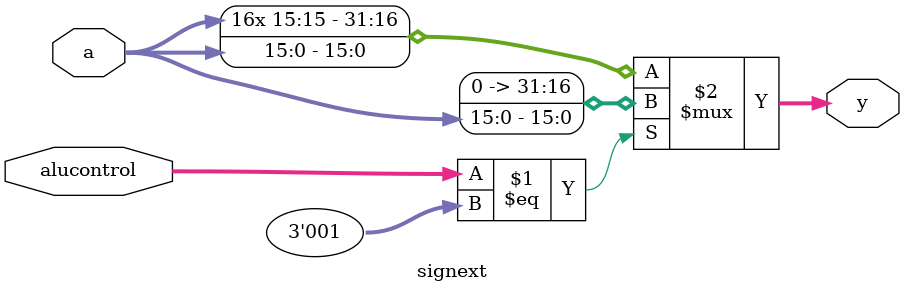
<source format=v>
`ifndef _signext_v_
`define _signext_v_

module signext(a,alucontrol,y);
input [15:0] a;
input [2:0] alucontrol;
output [31:0] y;              

assign y = (alucontrol==3'b001)? {{16{1'b0}},a}:{{16{a[15]}},a};
endmodule

`endif
</source>
